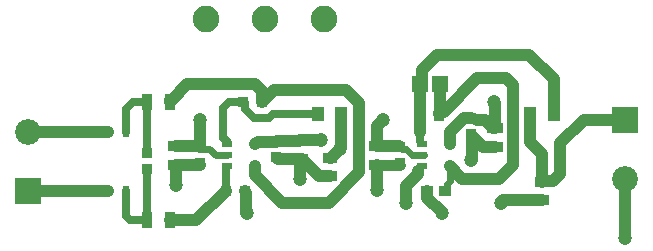
<source format=gbr>
%TF.GenerationSoftware,Altium Limited,Altium Designer,21.9.2 (33)*%
G04 Layer_Physical_Order=1*
G04 Layer_Color=255*
%FSLAX45Y45*%
%MOMM*%
%TF.SameCoordinates,3A202319-6B33-44FA-9F29-9E3F009970D1*%
%TF.FilePolarity,Positive*%
%TF.FileFunction,Copper,L1,Top,Signal*%
%TF.Part,Single*%
G01*
G75*
%TA.AperFunction,SMDPad,CuDef*%
%ADD10R,1.30981X0.90606*%
%ADD11R,1.00000X1.25000*%
%ADD12R,0.94000X0.83000*%
%ADD13R,0.90000X0.95000*%
%ADD14R,0.95000X1.40000*%
%ADD15R,0.96000X0.83000*%
%ADD16R,0.60000X0.90000*%
%ADD17R,0.90606X1.30981*%
%ADD18R,0.90000X0.60000*%
%ADD19R,1.35000X0.95000*%
%ADD20R,1.35000X1.45000*%
%ADD21R,1.01708X0.94946*%
%TA.AperFunction,Conductor*%
%ADD22C,1.00000*%
%ADD23C,0.60000*%
%ADD24C,0.90000*%
%ADD25C,0.70000*%
%TA.AperFunction,ComponentPad*%
%ADD26C,2.25000*%
%ADD27C,2.17500*%
%ADD28R,2.17500X2.17500*%
%TA.AperFunction,ViaPad*%
%ADD29C,1.20000*%
D10*
X5100000Y372392D02*
D03*
Y527608D02*
D03*
X3300000Y727608D02*
D03*
Y572392D02*
D03*
D11*
X5000002Y1100000D02*
D03*
X5199998D02*
D03*
X3200002D02*
D03*
X3399998D02*
D03*
D12*
X3900000Y684000D02*
D03*
Y816000D02*
D03*
X4500000Y934000D02*
D03*
Y1066000D02*
D03*
X2850000Y734000D02*
D03*
Y866000D02*
D03*
X2200000Y684000D02*
D03*
Y816000D02*
D03*
D13*
X2570000Y1200000D02*
D03*
X2730000D02*
D03*
X2420000Y450000D02*
D03*
X2580000D02*
D03*
D14*
X1945000Y200000D02*
D03*
X1755000D02*
D03*
X1945000Y1200000D02*
D03*
X1755000D02*
D03*
D15*
X1750000Y768000D02*
D03*
Y632000D02*
D03*
D16*
X1575000Y950000D02*
D03*
X1425000D02*
D03*
X1575000Y450000D02*
D03*
X1425000D02*
D03*
D17*
X4227608Y1100000D02*
D03*
X4072392D02*
D03*
D18*
X4080000Y845000D02*
D03*
Y750000D02*
D03*
Y655000D02*
D03*
X4320000D02*
D03*
Y845000D02*
D03*
X2430000D02*
D03*
Y750000D02*
D03*
Y655000D02*
D03*
X2670000D02*
D03*
Y845000D02*
D03*
D19*
X4700000Y980000D02*
D03*
Y820000D02*
D03*
X3700000Y830000D02*
D03*
Y670000D02*
D03*
X3050000Y880000D02*
D03*
Y720000D02*
D03*
X2000000Y830000D02*
D03*
Y670000D02*
D03*
D20*
X4067500Y1350000D02*
D03*
X4232500D02*
D03*
D21*
X4273450Y450000D02*
D03*
X4126550D02*
D03*
D22*
X4068526Y950000D02*
Y1348974D01*
X2137868Y666000D02*
X2200000D01*
X2670000Y580000D02*
X2900000Y350000D01*
X3295032D01*
X2670000Y580000D02*
Y655000D01*
X3295032Y350000D02*
X3550000Y604968D01*
X3295303Y577089D02*
X3300000Y572392D01*
X3207911Y577089D02*
X3295303D01*
X3065000Y720000D02*
X3207911Y577089D01*
X3050000Y720000D02*
X3065000D01*
X4049100Y588768D02*
Y620000D01*
X4127404Y388008D02*
X4250000Y265412D01*
Y260000D02*
Y265412D01*
X3950000Y489668D02*
X4049100Y588768D01*
X3950000Y350000D02*
Y489668D01*
X4320000Y655000D02*
X4425000Y550000D01*
X3389998Y806813D02*
X3396531Y813346D01*
X3310793Y727608D02*
X3389998Y806813D01*
X3700000Y670000D02*
X3701601Y671601D01*
X3400000Y816815D02*
Y887498D01*
X3399998Y887500D02*
X3400000Y887498D01*
X3399998Y887500D02*
Y1100000D01*
X3441421Y1300000D02*
X3550000Y1191421D01*
X3396531Y813346D02*
X3396531D01*
X3550000Y604968D02*
Y1191421D01*
X3043000Y873000D02*
X3050000Y880000D01*
X3228016D01*
X3230867Y882851D01*
X3700000Y830000D02*
X3886000D01*
X3700000D02*
Y1000000D01*
X3750000Y1050000D01*
X3300000Y727608D02*
X3310793D01*
X4690000Y1194588D02*
Y1200000D01*
Y1194588D02*
X4700000Y1184588D01*
Y980000D02*
Y1184588D01*
X4232305Y1115490D02*
X4265490D01*
X4791421Y1400000D02*
X4850000Y1341421D01*
X4550000Y1400000D02*
X4791421D01*
X4850000Y665679D02*
Y1341421D01*
X4265490Y1115490D02*
X4550000Y1400000D01*
X4227608Y1100000D02*
X4232305Y1104697D01*
Y1115490D01*
X4320000Y949132D02*
X4436868Y1066000D01*
X4320000Y845000D02*
Y949132D01*
X4436868Y1066000D02*
X4500000D01*
X4067500Y1350000D02*
X4082500Y1365000D01*
X5800000Y50000D02*
Y550000D01*
X5250000Y850000D02*
X5450000Y1050000D01*
X5800000D01*
X5250000Y590884D02*
Y850000D01*
X5104697Y532306D02*
X5191421D01*
X5250000Y590884D01*
X5100000Y527608D02*
X5104697Y532306D01*
X4127404Y388008D02*
Y449146D01*
X2596173Y263827D02*
X2600000Y260000D01*
X2596173Y263827D02*
Y433827D01*
X2580000Y450000D02*
X2596173Y433827D01*
X4503827Y713827D02*
Y888627D01*
X4500000Y710000D02*
X4503827Y713827D01*
X4126550Y450000D02*
X4127404Y449146D01*
X3700000Y460000D02*
Y670000D01*
X4614100Y1050900D02*
X4685000Y980000D01*
X5199998Y1100000D02*
Y1391421D01*
X4991419Y1600000D02*
X5199998Y1391421D01*
X4208579Y1600000D02*
X4991419D01*
X4082500Y1473921D02*
X4208579Y1600000D01*
X4734321Y550000D02*
X4850000Y665679D01*
X4550000Y1050900D02*
X4614100D01*
X4685000Y980000D02*
X4700000D01*
X4597000Y820000D02*
X4700000D01*
X4700000Y820000D01*
X4516100Y900900D02*
X4597000Y820000D01*
X3050000Y550000D02*
Y720000D01*
X4772392Y372392D02*
X5100000D01*
X4750000Y350000D02*
X4772392Y372392D01*
X4082500Y1365000D02*
Y1473921D01*
X5000002Y859902D02*
X5100000Y759904D01*
X5000002Y859902D02*
Y1100000D01*
X5100000Y527608D02*
Y759904D01*
X4232500Y1115685D02*
Y1350000D01*
X4227608Y1110793D02*
X4232500Y1115685D01*
X2200000Y816000D02*
Y1050000D01*
X4503827Y888627D02*
X4516100Y900900D01*
X4425000Y550000D02*
X4734321D01*
X2830000Y1300000D02*
X3441421D01*
X2730000Y1200000D02*
X2830000Y1300000D01*
X2730000Y1200000D02*
Y1291421D01*
X2671421Y1350000D02*
X2730000Y1291421D01*
X1945000Y1217500D02*
X1947500Y1220000D01*
X1965000D01*
X2095000Y1350000D01*
X2671421D01*
X1945000Y1200000D02*
Y1217500D01*
X2866000Y716000D02*
X2912132D01*
X2913631Y717500D02*
X3047500D01*
X2912132Y716000D02*
X2913631Y717500D01*
X3047500D02*
X3050000Y720000D01*
X2670000Y845000D02*
X2691000Y866000D01*
X2844500D01*
X2857000Y873000D02*
X3043000D01*
X2850000Y866000D02*
X2857000Y873000D01*
X2000000Y500000D02*
Y670000D01*
X2170000Y200000D02*
X2420000Y450000D01*
X1945000Y200000D02*
X2170000D01*
X2000000Y670000D02*
X2001601Y671600D01*
X2132268D01*
X2137868Y666000D01*
X2186000Y830000D02*
X2200000Y816000D01*
X2000000Y830000D02*
X2186000D01*
X750000Y950000D02*
X1425000D01*
X750000Y450000D02*
X1425000D01*
X1425000Y450000D01*
D23*
X4080000Y750000D02*
X4100000D01*
X4000847D02*
X4080000D01*
X3946347Y804500D02*
X4000847Y750000D01*
X3911500Y804500D02*
X3946347D01*
X3900000Y816000D02*
X3911500Y804500D01*
X4294305Y459452D02*
Y509305D01*
X4273450Y450000D02*
X4273451Y450000D01*
X4294305Y509305D02*
X4320000Y535000D01*
X4273451Y450000D02*
X4284853D01*
X4294305Y459452D01*
X4320000Y535000D02*
Y655000D01*
X3900000Y816000D02*
X3905500D01*
X2378285Y750000D02*
X2430000D01*
X2211500Y804500D02*
X2281264D01*
X2378284Y750001D02*
X2378285Y750000D01*
X2281264Y804500D02*
X2335763Y750001D01*
X2378284D01*
X2200000Y816000D02*
X2211500Y804500D01*
D24*
X3701601Y671601D02*
X3900000D01*
D25*
X2400000Y900000D02*
X2430000Y870000D01*
X2420000Y450000D02*
Y650000D01*
X4068526Y868526D02*
Y950000D01*
X1752500Y202500D02*
Y629500D01*
Y202500D02*
X1755000Y200000D01*
X1750000Y632000D02*
X1752500Y629500D01*
X1610147Y200000D02*
X1755000D01*
X1575000Y235147D02*
X1610147Y200000D01*
X1575000Y235147D02*
Y450000D01*
X1752500Y770500D02*
Y1197500D01*
X1750000Y768000D02*
X1752500Y770500D01*
Y1197500D02*
X1755000Y1200000D01*
X1575000Y950000D02*
Y1141421D01*
X1633579Y1200000D02*
X1755000D01*
X1575000Y1141421D02*
X1633579Y1200000D01*
X2580000Y1141005D02*
X2656005Y1065000D01*
X2580000Y1141005D02*
Y1190000D01*
X2820919Y1100000D02*
X3200002D01*
X2785919Y1065000D02*
X2820919Y1100000D01*
X2570000Y1200000D02*
X2580000Y1190000D01*
X2656005Y1065000D02*
X2785919D01*
X2450000Y1200000D02*
X2570000D01*
X2400000Y900000D02*
Y1150000D01*
X2450000Y1200000D01*
D26*
X3250000Y1900000D02*
D03*
X2750000D02*
D03*
X2250000D02*
D03*
D27*
X5800000Y550000D02*
D03*
X750000Y950000D02*
D03*
D28*
X5800000Y1050000D02*
D03*
X750000Y450000D02*
D03*
D29*
X4250000Y260000D02*
D03*
X3389998Y806813D02*
D03*
X3230867Y882851D02*
D03*
X4690000Y1200000D02*
D03*
X5800000Y50000D02*
D03*
X2600000Y260000D02*
D03*
X4500000Y710000D02*
D03*
X3700000Y460000D02*
D03*
X3750000Y1050000D02*
D03*
X3050000Y550000D02*
D03*
X3950000Y350000D02*
D03*
X4750000D02*
D03*
X2200000Y1050000D02*
D03*
X2000000Y500000D02*
D03*
%TF.MD5,b9682910934b52020a1ee543b96236d7*%
M02*

</source>
